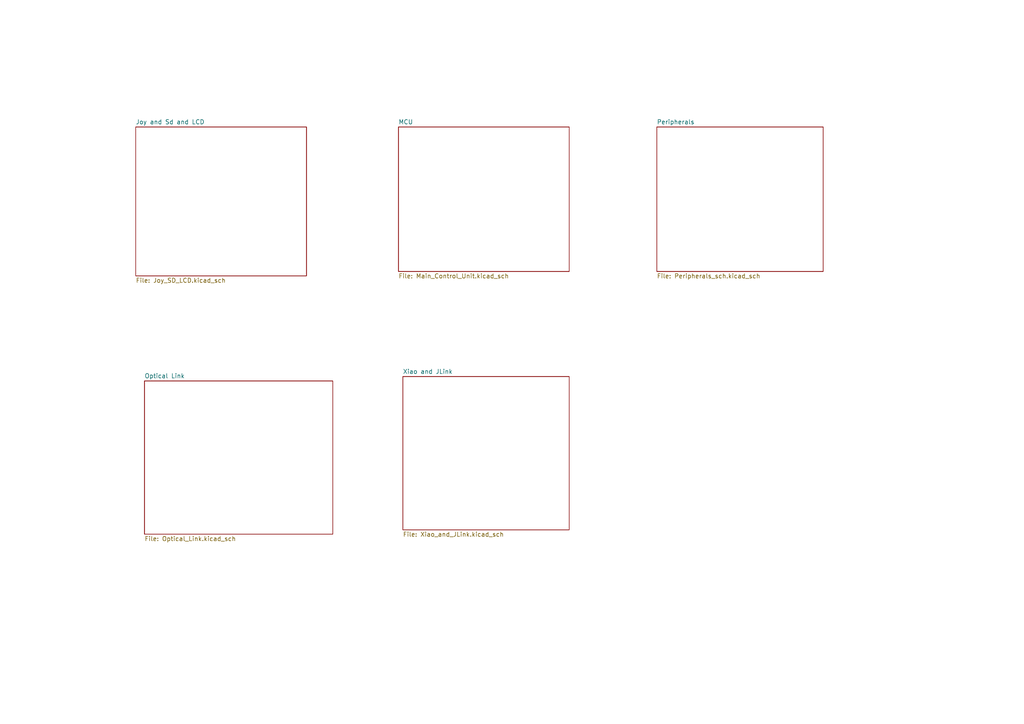
<source format=kicad_sch>
(kicad_sch
	(version 20250114)
	(generator "eeschema")
	(generator_version "9.0")
	(uuid "ad7d954a-8855-4fda-8068-d0d70e3f70ce")
	(paper "A4")
	(lib_symbols)
	(sheet
		(at 190.5 36.83)
		(size 48.26 41.91)
		(exclude_from_sim no)
		(in_bom yes)
		(on_board yes)
		(dnp no)
		(fields_autoplaced yes)
		(stroke
			(width 0.1524)
			(type solid)
		)
		(fill
			(color 0 0 0 0.0000)
		)
		(uuid "2cc32bf1-06be-4acf-9401-6db743507f4b")
		(property "Sheetname" "Peripherals"
			(at 190.5 36.1184 0)
			(effects
				(font
					(size 1.27 1.27)
				)
				(justify left bottom)
			)
		)
		(property "Sheetfile" "Peripherals_sch.kicad_sch"
			(at 190.5 79.3246 0)
			(effects
				(font
					(size 1.27 1.27)
				)
				(justify left top)
			)
		)
		(instances
			(project "Control_Unit"
				(path "/ad7d954a-8855-4fda-8068-d0d70e3f70ce"
					(page "5")
				)
			)
		)
	)
	(sheet
		(at 39.37 36.83)
		(size 49.53 43.18)
		(exclude_from_sim no)
		(in_bom yes)
		(on_board yes)
		(dnp no)
		(fields_autoplaced yes)
		(stroke
			(width 0.1524)
			(type solid)
		)
		(fill
			(color 0 0 0 0.0000)
		)
		(uuid "45bdd05f-cdfc-4667-8528-3a6de7b665bf")
		(property "Sheetname" "Joy and Sd and LCD"
			(at 39.37 36.1184 0)
			(effects
				(font
					(size 1.27 1.27)
				)
				(justify left bottom)
			)
		)
		(property "Sheetfile" "Joy_SD_LCD.kicad_sch"
			(at 39.37 80.5946 0)
			(effects
				(font
					(size 1.27 1.27)
				)
				(justify left top)
			)
		)
		(instances
			(project "Control_Unit"
				(path "/ad7d954a-8855-4fda-8068-d0d70e3f70ce"
					(page "4")
				)
			)
		)
	)
	(sheet
		(at 41.91 110.49)
		(size 54.61 44.45)
		(exclude_from_sim no)
		(in_bom yes)
		(on_board yes)
		(dnp no)
		(fields_autoplaced yes)
		(stroke
			(width 0.1524)
			(type solid)
		)
		(fill
			(color 0 0 0 0.0000)
		)
		(uuid "b12008dc-78ea-439c-a08d-c5afe282eb2b")
		(property "Sheetname" "Optical Link"
			(at 41.91 109.7784 0)
			(effects
				(font
					(size 1.27 1.27)
				)
				(justify left bottom)
			)
		)
		(property "Sheetfile" "Optical_Link.kicad_sch"
			(at 41.91 155.5246 0)
			(effects
				(font
					(size 1.27 1.27)
				)
				(justify left top)
			)
		)
		(instances
			(project "Control_Unit"
				(path "/ad7d954a-8855-4fda-8068-d0d70e3f70ce"
					(page "6")
				)
			)
		)
	)
	(sheet
		(at 115.57 36.83)
		(size 49.53 41.91)
		(exclude_from_sim no)
		(in_bom yes)
		(on_board yes)
		(dnp no)
		(fields_autoplaced yes)
		(stroke
			(width 0.1524)
			(type solid)
		)
		(fill
			(color 0 0 0 0.0000)
		)
		(uuid "c7a5f728-748f-4d4f-96c5-86d59ada049c")
		(property "Sheetname" "MCU"
			(at 115.57 36.1184 0)
			(effects
				(font
					(size 1.27 1.27)
				)
				(justify left bottom)
			)
		)
		(property "Sheetfile" "Main_Control_Unit.kicad_sch"
			(at 115.57 79.3246 0)
			(effects
				(font
					(size 1.27 1.27)
				)
				(justify left top)
			)
		)
		(instances
			(project "Control_Unit"
				(path "/ad7d954a-8855-4fda-8068-d0d70e3f70ce"
					(page "2")
				)
			)
		)
	)
	(sheet
		(at 116.84 109.22)
		(size 48.26 44.45)
		(exclude_from_sim no)
		(in_bom yes)
		(on_board yes)
		(dnp no)
		(fields_autoplaced yes)
		(stroke
			(width 0.1524)
			(type solid)
		)
		(fill
			(color 0 0 0 0.0000)
		)
		(uuid "ff8cfde8-9c52-4ab9-8c9f-700b48f6c7cf")
		(property "Sheetname" "Xiao and JLink"
			(at 116.84 108.5084 0)
			(effects
				(font
					(size 1.27 1.27)
				)
				(justify left bottom)
			)
		)
		(property "Sheetfile" "Xiao_and_JLink.kicad_sch"
			(at 116.84 154.2546 0)
			(effects
				(font
					(size 1.27 1.27)
				)
				(justify left top)
			)
		)
		(instances
			(project "Control_Unit"
				(path "/ad7d954a-8855-4fda-8068-d0d70e3f70ce"
					(page "3")
				)
			)
		)
	)
	(sheet_instances
		(path "/"
			(page "1")
		)
	)
	(embedded_fonts no)
)

</source>
